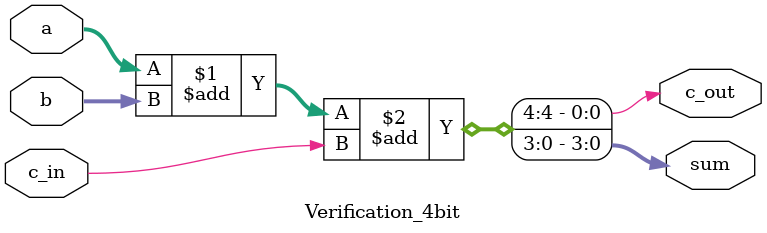
<source format=v>


module Verification_4bit(
    input [3:0] a,
    input [3:0] b,
    input c_in,
    output [3:0] sum, 
    output c_out
    );
    
	assign {c_out, sum} = a + b + c_in;
    
endmodule

</source>
